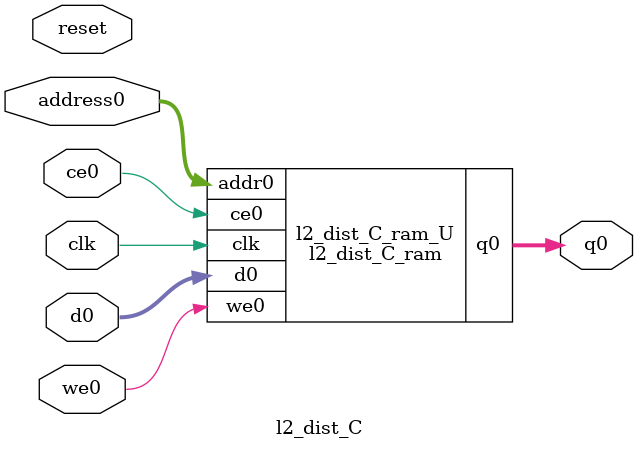
<source format=v>
`timescale 1 ns / 1 ps
module l2_dist_C_ram (addr0, ce0, d0, we0, q0,  clk);

parameter DWIDTH = 32;
parameter AWIDTH = 5;
parameter MEM_SIZE = 32;

input[AWIDTH-1:0] addr0;
input ce0;
input[DWIDTH-1:0] d0;
input we0;
output reg[DWIDTH-1:0] q0;
input clk;

(* ram_style = "block" *)reg [DWIDTH-1:0] ram[0:MEM_SIZE-1];




always @(posedge clk)  
begin 
    if (ce0) 
    begin
        if (we0) 
        begin 
            ram[addr0] <= d0; 
        end 
        q0 <= ram[addr0];
    end
end


endmodule

`timescale 1 ns / 1 ps
module l2_dist_C(
    reset,
    clk,
    address0,
    ce0,
    we0,
    d0,
    q0);

parameter DataWidth = 32'd32;
parameter AddressRange = 32'd32;
parameter AddressWidth = 32'd5;
input reset;
input clk;
input[AddressWidth - 1:0] address0;
input ce0;
input we0;
input[DataWidth - 1:0] d0;
output[DataWidth - 1:0] q0;



l2_dist_C_ram l2_dist_C_ram_U(
    .clk( clk ),
    .addr0( address0 ),
    .ce0( ce0 ),
    .we0( we0 ),
    .d0( d0 ),
    .q0( q0 ));

endmodule


</source>
